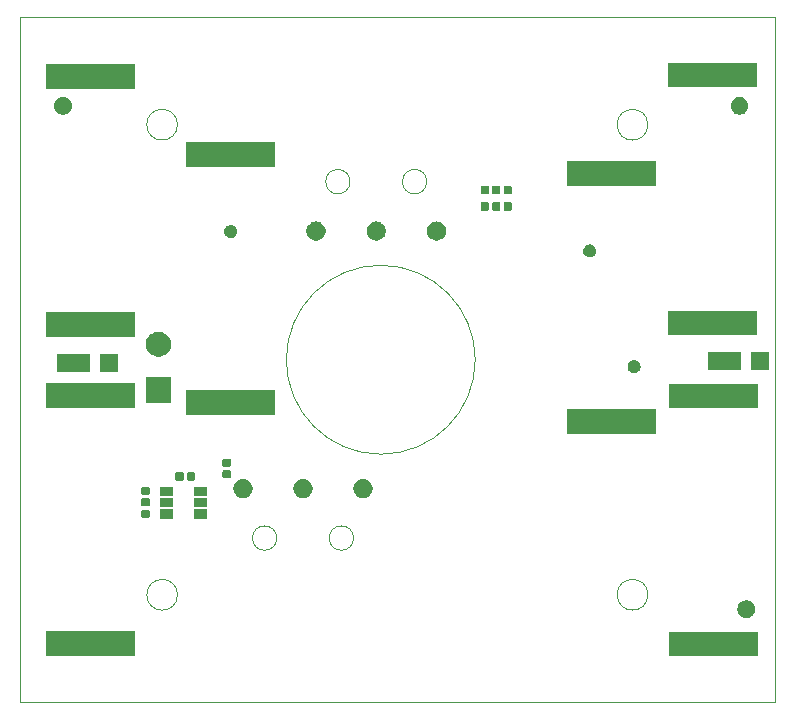
<source format=gbr>
%TF.GenerationSoftware,KiCad,Pcbnew,(5.1.5)-3*%
%TF.CreationDate,2020-08-29T16:56:36-07:00*%
%TF.ProjectId,ypanel,7970616e-656c-42e6-9b69-6361645f7063,rev?*%
%TF.SameCoordinates,Original*%
%TF.FileFunction,Soldermask,Top*%
%TF.FilePolarity,Negative*%
%FSLAX46Y46*%
G04 Gerber Fmt 4.6, Leading zero omitted, Abs format (unit mm)*
G04 Created by KiCad (PCBNEW (5.1.5)-3) date 2020-08-29 16:56:36*
%MOMM*%
%LPD*%
G04 APERTURE LIST*
%ADD10C,0.100000*%
%ADD11C,0.050000*%
G04 APERTURE END LIST*
D10*
X151587000Y-99000001D02*
G75*
G03X151587000Y-99000001I-8000000J0D01*
G01*
X134779564Y-114100000D02*
G75*
G03X134779564Y-114100000I-1029564J0D01*
G01*
X141279564Y-114100000D02*
G75*
G03X141279564Y-114100000I-1029564J0D01*
G01*
X126375000Y-118900000D02*
G75*
G03X126375000Y-118900000I-1300000J0D01*
G01*
X140979564Y-83920436D02*
G75*
G03X140979564Y-83920436I-1029564J0D01*
G01*
X147479564Y-83920436D02*
G75*
G03X147479564Y-83920436I-1029564J0D01*
G01*
X176975000Y-70000000D02*
X176975000Y-128000000D01*
X166200000Y-118900000D02*
G75*
G03X166200000Y-118900000I-1300000J0D01*
G01*
D11*
X126372800Y-79100000D02*
G75*
G03X126372800Y-79100000I-1300000J0D01*
G01*
D10*
X166195000Y-79102480D02*
G75*
G03X166195000Y-79102480I-1300000J0D01*
G01*
X176975000Y-70000000D02*
X113000000Y-70000000D01*
X113000000Y-128000000D02*
X176975000Y-128000000D01*
X113000000Y-70000000D02*
X113000000Y-128000000D01*
G36*
X175491100Y-124112000D02*
G01*
X167993100Y-124112000D01*
X167993100Y-122014000D01*
X175491100Y-122014000D01*
X175491100Y-124112000D01*
G37*
G36*
X122749000Y-124049000D02*
G01*
X115251000Y-124049000D01*
X115251000Y-121951000D01*
X122749000Y-121951000D01*
X122749000Y-124049000D01*
G37*
G36*
X174744767Y-119393822D02*
G01*
X174881258Y-119450359D01*
X175004097Y-119532437D01*
X175108563Y-119636903D01*
X175190641Y-119759742D01*
X175247178Y-119896233D01*
X175276000Y-120041131D01*
X175276000Y-120188869D01*
X175247178Y-120333767D01*
X175190641Y-120470258D01*
X175108563Y-120593097D01*
X175004097Y-120697563D01*
X174881258Y-120779641D01*
X174744767Y-120836178D01*
X174599869Y-120865000D01*
X174452131Y-120865000D01*
X174307233Y-120836178D01*
X174170742Y-120779641D01*
X174047903Y-120697563D01*
X173943437Y-120593097D01*
X173861359Y-120470258D01*
X173804822Y-120333767D01*
X173776000Y-120188869D01*
X173776000Y-120041131D01*
X173804822Y-119896233D01*
X173861359Y-119759742D01*
X173943437Y-119636903D01*
X174047903Y-119532437D01*
X174170742Y-119450359D01*
X174307233Y-119393822D01*
X174452131Y-119365000D01*
X174599869Y-119365000D01*
X174744767Y-119393822D01*
G37*
G36*
X128903600Y-112447700D02*
G01*
X127805600Y-112447700D01*
X127805600Y-111649700D01*
X128903600Y-111649700D01*
X128903600Y-112447700D01*
G37*
G36*
X126003600Y-112447700D02*
G01*
X124905600Y-112447700D01*
X124905600Y-111649700D01*
X126003600Y-111649700D01*
X126003600Y-112447700D01*
G37*
G36*
X123916533Y-111710264D02*
G01*
X123944110Y-111718630D01*
X123969523Y-111732214D01*
X123991802Y-111750498D01*
X124010086Y-111772777D01*
X124023670Y-111798190D01*
X124032036Y-111825767D01*
X124035100Y-111856884D01*
X124035100Y-112245516D01*
X124032036Y-112276633D01*
X124023670Y-112304210D01*
X124010086Y-112329623D01*
X123991802Y-112351902D01*
X123969523Y-112370186D01*
X123944110Y-112383770D01*
X123916533Y-112392136D01*
X123885416Y-112395200D01*
X123446784Y-112395200D01*
X123415667Y-112392136D01*
X123388090Y-112383770D01*
X123362677Y-112370186D01*
X123340398Y-112351902D01*
X123322114Y-112329623D01*
X123308530Y-112304210D01*
X123300164Y-112276633D01*
X123297100Y-112245516D01*
X123297100Y-111856884D01*
X123300164Y-111825767D01*
X123308530Y-111798190D01*
X123322114Y-111772777D01*
X123340398Y-111750498D01*
X123362677Y-111732214D01*
X123388090Y-111718630D01*
X123415667Y-111710264D01*
X123446784Y-111707200D01*
X123885416Y-111707200D01*
X123916533Y-111710264D01*
G37*
G36*
X128903600Y-111497700D02*
G01*
X127805600Y-111497700D01*
X127805600Y-110699700D01*
X128903600Y-110699700D01*
X128903600Y-111497700D01*
G37*
G36*
X126003600Y-111497700D02*
G01*
X124905600Y-111497700D01*
X124905600Y-110699700D01*
X126003600Y-110699700D01*
X126003600Y-111497700D01*
G37*
G36*
X123916533Y-110734764D02*
G01*
X123944110Y-110743130D01*
X123969523Y-110756714D01*
X123991802Y-110774998D01*
X124010086Y-110797277D01*
X124023670Y-110822690D01*
X124032036Y-110850267D01*
X124035100Y-110881384D01*
X124035100Y-111275516D01*
X124032036Y-111306633D01*
X124023670Y-111334210D01*
X124010086Y-111359623D01*
X123991802Y-111381902D01*
X123969523Y-111400186D01*
X123944110Y-111413770D01*
X123916533Y-111422136D01*
X123885416Y-111425200D01*
X123446784Y-111425200D01*
X123415667Y-111422136D01*
X123388090Y-111413770D01*
X123362677Y-111400186D01*
X123340398Y-111381902D01*
X123322114Y-111359623D01*
X123308530Y-111334210D01*
X123300164Y-111306633D01*
X123297100Y-111275516D01*
X123297100Y-110881384D01*
X123300164Y-110850267D01*
X123308530Y-110822690D01*
X123322114Y-110797277D01*
X123340398Y-110774998D01*
X123362677Y-110756714D01*
X123388090Y-110743130D01*
X123415667Y-110734764D01*
X123446784Y-110731700D01*
X123885416Y-110731700D01*
X123916533Y-110734764D01*
G37*
G36*
X142192635Y-109095516D02*
G01*
X142316562Y-109120166D01*
X142433872Y-109168758D01*
X142464153Y-109181301D01*
X142484388Y-109194822D01*
X142596983Y-109270055D01*
X142709945Y-109383017D01*
X142798700Y-109515849D01*
X142859834Y-109663438D01*
X142891000Y-109820124D01*
X142891000Y-109979876D01*
X142859834Y-110136562D01*
X142801372Y-110277700D01*
X142798699Y-110284153D01*
X142780589Y-110311256D01*
X142709945Y-110416983D01*
X142596983Y-110529945D01*
X142508629Y-110588981D01*
X142464153Y-110618699D01*
X142464152Y-110618700D01*
X142464151Y-110618700D01*
X142316562Y-110679834D01*
X142216686Y-110699700D01*
X142159877Y-110711000D01*
X142000123Y-110711000D01*
X141943314Y-110699700D01*
X141843438Y-110679834D01*
X141695849Y-110618700D01*
X141695848Y-110618700D01*
X141695847Y-110618699D01*
X141651371Y-110588981D01*
X141563017Y-110529945D01*
X141450055Y-110416983D01*
X141379411Y-110311256D01*
X141361301Y-110284153D01*
X141358628Y-110277700D01*
X141300166Y-110136562D01*
X141269000Y-109979876D01*
X141269000Y-109820124D01*
X141300166Y-109663438D01*
X141361300Y-109515849D01*
X141450055Y-109383017D01*
X141563017Y-109270055D01*
X141675612Y-109194822D01*
X141695847Y-109181301D01*
X141726128Y-109168758D01*
X141843438Y-109120166D01*
X141967365Y-109095516D01*
X142000123Y-109089000D01*
X142159877Y-109089000D01*
X142192635Y-109095516D01*
G37*
G36*
X132032635Y-109095516D02*
G01*
X132156562Y-109120166D01*
X132273872Y-109168758D01*
X132304153Y-109181301D01*
X132324388Y-109194822D01*
X132436983Y-109270055D01*
X132549945Y-109383017D01*
X132638700Y-109515849D01*
X132699834Y-109663438D01*
X132731000Y-109820124D01*
X132731000Y-109979876D01*
X132699834Y-110136562D01*
X132641372Y-110277700D01*
X132638699Y-110284153D01*
X132620589Y-110311256D01*
X132549945Y-110416983D01*
X132436983Y-110529945D01*
X132348629Y-110588981D01*
X132304153Y-110618699D01*
X132304152Y-110618700D01*
X132304151Y-110618700D01*
X132156562Y-110679834D01*
X132056686Y-110699700D01*
X131999877Y-110711000D01*
X131840123Y-110711000D01*
X131783314Y-110699700D01*
X131683438Y-110679834D01*
X131535849Y-110618700D01*
X131535848Y-110618700D01*
X131535847Y-110618699D01*
X131491371Y-110588981D01*
X131403017Y-110529945D01*
X131290055Y-110416983D01*
X131219411Y-110311256D01*
X131201301Y-110284153D01*
X131198628Y-110277700D01*
X131140166Y-110136562D01*
X131109000Y-109979876D01*
X131109000Y-109820124D01*
X131140166Y-109663438D01*
X131201300Y-109515849D01*
X131290055Y-109383017D01*
X131403017Y-109270055D01*
X131515612Y-109194822D01*
X131535847Y-109181301D01*
X131566128Y-109168758D01*
X131683438Y-109120166D01*
X131807365Y-109095516D01*
X131840123Y-109089000D01*
X131999877Y-109089000D01*
X132032635Y-109095516D01*
G37*
G36*
X137112635Y-109095516D02*
G01*
X137236562Y-109120166D01*
X137353872Y-109168758D01*
X137384153Y-109181301D01*
X137404388Y-109194822D01*
X137516983Y-109270055D01*
X137629945Y-109383017D01*
X137718700Y-109515849D01*
X137779834Y-109663438D01*
X137811000Y-109820124D01*
X137811000Y-109979876D01*
X137779834Y-110136562D01*
X137721372Y-110277700D01*
X137718699Y-110284153D01*
X137700589Y-110311256D01*
X137629945Y-110416983D01*
X137516983Y-110529945D01*
X137428629Y-110588981D01*
X137384153Y-110618699D01*
X137384152Y-110618700D01*
X137384151Y-110618700D01*
X137236562Y-110679834D01*
X137136686Y-110699700D01*
X137079877Y-110711000D01*
X136920123Y-110711000D01*
X136863314Y-110699700D01*
X136763438Y-110679834D01*
X136615849Y-110618700D01*
X136615848Y-110618700D01*
X136615847Y-110618699D01*
X136571371Y-110588981D01*
X136483017Y-110529945D01*
X136370055Y-110416983D01*
X136299411Y-110311256D01*
X136281301Y-110284153D01*
X136278628Y-110277700D01*
X136220166Y-110136562D01*
X136189000Y-109979876D01*
X136189000Y-109820124D01*
X136220166Y-109663438D01*
X136281300Y-109515849D01*
X136370055Y-109383017D01*
X136483017Y-109270055D01*
X136595612Y-109194822D01*
X136615847Y-109181301D01*
X136646128Y-109168758D01*
X136763438Y-109120166D01*
X136887365Y-109095516D01*
X136920123Y-109089000D01*
X137079877Y-109089000D01*
X137112635Y-109095516D01*
G37*
G36*
X128903600Y-110547700D02*
G01*
X127805600Y-110547700D01*
X127805600Y-109749700D01*
X128903600Y-109749700D01*
X128903600Y-110547700D01*
G37*
G36*
X126003600Y-110547700D02*
G01*
X124905600Y-110547700D01*
X124905600Y-109749700D01*
X126003600Y-109749700D01*
X126003600Y-110547700D01*
G37*
G36*
X123916533Y-109764764D02*
G01*
X123944110Y-109773130D01*
X123969523Y-109786714D01*
X123991802Y-109804998D01*
X124010086Y-109827277D01*
X124023670Y-109852690D01*
X124032036Y-109880267D01*
X124035100Y-109911384D01*
X124035100Y-110300016D01*
X124032036Y-110331133D01*
X124023670Y-110358710D01*
X124010086Y-110384123D01*
X123991802Y-110406402D01*
X123969523Y-110424686D01*
X123944110Y-110438270D01*
X123916533Y-110446636D01*
X123885416Y-110449700D01*
X123446784Y-110449700D01*
X123415667Y-110446636D01*
X123388090Y-110438270D01*
X123362677Y-110424686D01*
X123340398Y-110406402D01*
X123322114Y-110384123D01*
X123308530Y-110358710D01*
X123300164Y-110331133D01*
X123297100Y-110300016D01*
X123297100Y-109911384D01*
X123300164Y-109880267D01*
X123308530Y-109852690D01*
X123322114Y-109827277D01*
X123340398Y-109804998D01*
X123362677Y-109786714D01*
X123388090Y-109773130D01*
X123415667Y-109764764D01*
X123446784Y-109761700D01*
X123885416Y-109761700D01*
X123916533Y-109764764D01*
G37*
G36*
X127742033Y-108510264D02*
G01*
X127769610Y-108518630D01*
X127795023Y-108532214D01*
X127817302Y-108550498D01*
X127835586Y-108572777D01*
X127849170Y-108598190D01*
X127857536Y-108625767D01*
X127860600Y-108656884D01*
X127860600Y-109095516D01*
X127857536Y-109126633D01*
X127849170Y-109154210D01*
X127835586Y-109179623D01*
X127817302Y-109201902D01*
X127795023Y-109220186D01*
X127769610Y-109233770D01*
X127742033Y-109242136D01*
X127710916Y-109245200D01*
X127322284Y-109245200D01*
X127291167Y-109242136D01*
X127263590Y-109233770D01*
X127238177Y-109220186D01*
X127215898Y-109201902D01*
X127197614Y-109179623D01*
X127184030Y-109154210D01*
X127175664Y-109126633D01*
X127172600Y-109095516D01*
X127172600Y-108656884D01*
X127175664Y-108625767D01*
X127184030Y-108598190D01*
X127197614Y-108572777D01*
X127215898Y-108550498D01*
X127238177Y-108532214D01*
X127263590Y-108518630D01*
X127291167Y-108510264D01*
X127322284Y-108507200D01*
X127710916Y-108507200D01*
X127742033Y-108510264D01*
G37*
G36*
X126772033Y-108510264D02*
G01*
X126799610Y-108518630D01*
X126825023Y-108532214D01*
X126847302Y-108550498D01*
X126865586Y-108572777D01*
X126879170Y-108598190D01*
X126887536Y-108625767D01*
X126890600Y-108656884D01*
X126890600Y-109095516D01*
X126887536Y-109126633D01*
X126879170Y-109154210D01*
X126865586Y-109179623D01*
X126847302Y-109201902D01*
X126825023Y-109220186D01*
X126799610Y-109233770D01*
X126772033Y-109242136D01*
X126740916Y-109245200D01*
X126352284Y-109245200D01*
X126321167Y-109242136D01*
X126293590Y-109233770D01*
X126268177Y-109220186D01*
X126245898Y-109201902D01*
X126227614Y-109179623D01*
X126214030Y-109154210D01*
X126205664Y-109126633D01*
X126202600Y-109095516D01*
X126202600Y-108656884D01*
X126205664Y-108625767D01*
X126214030Y-108598190D01*
X126227614Y-108572777D01*
X126245898Y-108550498D01*
X126268177Y-108532214D01*
X126293590Y-108518630D01*
X126321167Y-108510264D01*
X126352284Y-108507200D01*
X126740916Y-108507200D01*
X126772033Y-108510264D01*
G37*
G36*
X130800433Y-108348064D02*
G01*
X130828010Y-108356430D01*
X130853423Y-108370014D01*
X130875702Y-108388298D01*
X130893986Y-108410577D01*
X130907570Y-108435990D01*
X130915936Y-108463567D01*
X130919000Y-108494684D01*
X130919000Y-108883316D01*
X130915936Y-108914433D01*
X130907570Y-108942010D01*
X130893986Y-108967423D01*
X130875702Y-108989702D01*
X130853423Y-109007986D01*
X130828010Y-109021570D01*
X130800433Y-109029936D01*
X130769316Y-109033000D01*
X130330684Y-109033000D01*
X130299567Y-109029936D01*
X130271990Y-109021570D01*
X130246577Y-109007986D01*
X130224298Y-108989702D01*
X130206014Y-108967423D01*
X130192430Y-108942010D01*
X130184064Y-108914433D01*
X130181000Y-108883316D01*
X130181000Y-108494684D01*
X130184064Y-108463567D01*
X130192430Y-108435990D01*
X130206014Y-108410577D01*
X130224298Y-108388298D01*
X130246577Y-108370014D01*
X130271990Y-108356430D01*
X130299567Y-108348064D01*
X130330684Y-108345000D01*
X130769316Y-108345000D01*
X130800433Y-108348064D01*
G37*
G36*
X130800433Y-107378064D02*
G01*
X130828010Y-107386430D01*
X130853423Y-107400014D01*
X130875702Y-107418298D01*
X130893986Y-107440577D01*
X130907570Y-107465990D01*
X130915936Y-107493567D01*
X130919000Y-107524684D01*
X130919000Y-107913316D01*
X130915936Y-107944433D01*
X130907570Y-107972010D01*
X130893986Y-107997423D01*
X130875702Y-108019702D01*
X130853423Y-108037986D01*
X130828010Y-108051570D01*
X130800433Y-108059936D01*
X130769316Y-108063000D01*
X130330684Y-108063000D01*
X130299567Y-108059936D01*
X130271990Y-108051570D01*
X130246577Y-108037986D01*
X130224298Y-108019702D01*
X130206014Y-107997423D01*
X130192430Y-107972010D01*
X130184064Y-107944433D01*
X130181000Y-107913316D01*
X130181000Y-107524684D01*
X130184064Y-107493567D01*
X130192430Y-107465990D01*
X130206014Y-107440577D01*
X130224298Y-107418298D01*
X130246577Y-107400014D01*
X130271990Y-107386430D01*
X130299567Y-107378064D01*
X130330684Y-107375000D01*
X130769316Y-107375000D01*
X130800433Y-107378064D01*
G37*
G36*
X166847480Y-105299000D02*
G01*
X159349480Y-105299000D01*
X159349480Y-103201000D01*
X166847480Y-103201000D01*
X166847480Y-105299000D01*
G37*
G36*
X134599000Y-103699000D02*
G01*
X127101000Y-103699000D01*
X127101000Y-101601000D01*
X134599000Y-101601000D01*
X134599000Y-103699000D01*
G37*
G36*
X175491100Y-103112000D02*
G01*
X167993100Y-103112000D01*
X167993100Y-101014000D01*
X175491100Y-101014000D01*
X175491100Y-103112000D01*
G37*
G36*
X122749000Y-103049000D02*
G01*
X115251000Y-103049000D01*
X115251000Y-100951000D01*
X122749000Y-100951000D01*
X122749000Y-103049000D01*
G37*
G36*
X125844300Y-102626160D02*
G01*
X123685300Y-102626160D01*
X123685300Y-100467160D01*
X125844300Y-100467160D01*
X125844300Y-102626160D01*
G37*
G36*
X165117088Y-99024275D02*
G01*
X165196640Y-99040098D01*
X165296548Y-99081482D01*
X165386468Y-99141564D01*
X165462936Y-99218032D01*
X165523018Y-99307952D01*
X165564402Y-99407860D01*
X165585500Y-99513929D01*
X165585500Y-99622071D01*
X165564402Y-99728140D01*
X165523018Y-99828048D01*
X165462936Y-99917968D01*
X165386468Y-99994436D01*
X165296548Y-100054518D01*
X165196640Y-100095902D01*
X165117088Y-100111726D01*
X165090572Y-100117000D01*
X164982428Y-100117000D01*
X164955912Y-100111726D01*
X164876360Y-100095902D01*
X164776452Y-100054518D01*
X164686532Y-99994436D01*
X164610064Y-99917968D01*
X164549982Y-99828048D01*
X164508598Y-99728140D01*
X164487500Y-99622071D01*
X164487500Y-99513929D01*
X164508598Y-99407860D01*
X164549982Y-99307952D01*
X164610064Y-99218032D01*
X164686532Y-99141564D01*
X164776452Y-99081482D01*
X164876360Y-99040098D01*
X164955912Y-99024275D01*
X164982428Y-99019000D01*
X165090572Y-99019000D01*
X165117088Y-99024275D01*
G37*
G36*
X121344000Y-99999500D02*
G01*
X119846000Y-99999500D01*
X119846000Y-98501500D01*
X121344000Y-98501500D01*
X121344000Y-99999500D01*
G37*
G36*
X118944000Y-99999500D02*
G01*
X116146000Y-99999500D01*
X116146000Y-98501500D01*
X118944000Y-98501500D01*
X118944000Y-99999500D01*
G37*
G36*
X176462000Y-99872500D02*
G01*
X174964000Y-99872500D01*
X174964000Y-98374500D01*
X176462000Y-98374500D01*
X176462000Y-99872500D01*
G37*
G36*
X174062000Y-99872500D02*
G01*
X171264000Y-99872500D01*
X171264000Y-98374500D01*
X174062000Y-98374500D01*
X174062000Y-99872500D01*
G37*
G36*
X125075451Y-96666987D02*
G01*
X125269265Y-96747268D01*
X125269267Y-96747269D01*
X125327673Y-96786295D01*
X125443699Y-96863821D01*
X125592039Y-97012161D01*
X125708592Y-97186595D01*
X125788873Y-97380409D01*
X125829800Y-97586167D01*
X125829800Y-97795953D01*
X125788873Y-98001711D01*
X125708592Y-98195525D01*
X125592039Y-98369959D01*
X125443699Y-98518299D01*
X125327673Y-98595825D01*
X125269267Y-98634851D01*
X125269266Y-98634852D01*
X125269265Y-98634852D01*
X125075451Y-98715133D01*
X124869693Y-98756060D01*
X124659907Y-98756060D01*
X124454149Y-98715133D01*
X124260335Y-98634852D01*
X124260334Y-98634852D01*
X124260333Y-98634851D01*
X124201927Y-98595825D01*
X124085901Y-98518299D01*
X123937561Y-98369959D01*
X123821008Y-98195525D01*
X123740727Y-98001711D01*
X123699800Y-97795953D01*
X123699800Y-97586167D01*
X123740727Y-97380409D01*
X123821008Y-97186595D01*
X123937561Y-97012161D01*
X124085901Y-96863821D01*
X124201927Y-96786295D01*
X124260333Y-96747269D01*
X124260335Y-96747268D01*
X124454149Y-96666987D01*
X124659907Y-96626060D01*
X124869693Y-96626060D01*
X125075451Y-96666987D01*
G37*
G36*
X122749000Y-97049000D02*
G01*
X115251000Y-97049000D01*
X115251000Y-94951000D01*
X122749000Y-94951000D01*
X122749000Y-97049000D01*
G37*
G36*
X175435220Y-96939080D02*
G01*
X167937220Y-96939080D01*
X167937220Y-94841080D01*
X175435220Y-94841080D01*
X175435220Y-96939080D01*
G37*
G36*
X161348308Y-89229735D02*
G01*
X161427860Y-89245558D01*
X161527768Y-89286942D01*
X161617688Y-89347024D01*
X161694156Y-89423492D01*
X161754238Y-89513412D01*
X161795622Y-89613320D01*
X161816720Y-89719389D01*
X161816720Y-89827531D01*
X161795622Y-89933600D01*
X161754238Y-90033508D01*
X161694156Y-90123428D01*
X161617688Y-90199896D01*
X161527768Y-90259978D01*
X161427860Y-90301362D01*
X161348308Y-90317186D01*
X161321792Y-90322460D01*
X161213648Y-90322460D01*
X161187132Y-90317186D01*
X161107580Y-90301362D01*
X161007672Y-90259978D01*
X160917752Y-90199896D01*
X160841284Y-90123428D01*
X160781202Y-90033508D01*
X160739818Y-89933600D01*
X160718720Y-89827531D01*
X160718720Y-89719389D01*
X160739818Y-89613320D01*
X160781202Y-89513412D01*
X160841284Y-89423492D01*
X160917752Y-89347024D01*
X161007672Y-89286942D01*
X161107580Y-89245558D01*
X161187132Y-89229735D01*
X161213648Y-89224460D01*
X161321792Y-89224460D01*
X161348308Y-89229735D01*
G37*
G36*
X143332105Y-87299389D02*
G01*
X143436562Y-87320166D01*
X143584151Y-87381300D01*
X143584153Y-87381301D01*
X143628629Y-87411019D01*
X143716983Y-87470055D01*
X143829945Y-87583017D01*
X143918700Y-87715849D01*
X143979834Y-87863438D01*
X144011000Y-88020124D01*
X144011000Y-88179876D01*
X143979834Y-88336562D01*
X143918700Y-88484151D01*
X143918699Y-88484153D01*
X143916150Y-88487968D01*
X143829945Y-88616983D01*
X143716983Y-88729945D01*
X143628629Y-88788981D01*
X143584153Y-88818699D01*
X143584152Y-88818700D01*
X143584151Y-88818700D01*
X143436562Y-88879834D01*
X143332105Y-88900611D01*
X143279877Y-88911000D01*
X143120123Y-88911000D01*
X143067895Y-88900611D01*
X142963438Y-88879834D01*
X142815849Y-88818700D01*
X142815848Y-88818700D01*
X142815847Y-88818699D01*
X142771371Y-88788981D01*
X142683017Y-88729945D01*
X142570055Y-88616983D01*
X142483850Y-88487968D01*
X142481301Y-88484153D01*
X142481300Y-88484151D01*
X142420166Y-88336562D01*
X142389000Y-88179876D01*
X142389000Y-88020124D01*
X142420166Y-87863438D01*
X142481300Y-87715849D01*
X142570055Y-87583017D01*
X142683017Y-87470055D01*
X142771371Y-87411019D01*
X142815847Y-87381301D01*
X142815849Y-87381300D01*
X142963438Y-87320166D01*
X143067895Y-87299389D01*
X143120123Y-87289000D01*
X143279877Y-87289000D01*
X143332105Y-87299389D01*
G37*
G36*
X138232105Y-87299389D02*
G01*
X138336562Y-87320166D01*
X138484151Y-87381300D01*
X138484153Y-87381301D01*
X138528629Y-87411019D01*
X138616983Y-87470055D01*
X138729945Y-87583017D01*
X138818700Y-87715849D01*
X138879834Y-87863438D01*
X138911000Y-88020124D01*
X138911000Y-88179876D01*
X138879834Y-88336562D01*
X138818700Y-88484151D01*
X138818699Y-88484153D01*
X138816150Y-88487968D01*
X138729945Y-88616983D01*
X138616983Y-88729945D01*
X138528629Y-88788981D01*
X138484153Y-88818699D01*
X138484152Y-88818700D01*
X138484151Y-88818700D01*
X138336562Y-88879834D01*
X138232105Y-88900611D01*
X138179877Y-88911000D01*
X138020123Y-88911000D01*
X137967895Y-88900611D01*
X137863438Y-88879834D01*
X137715849Y-88818700D01*
X137715848Y-88818700D01*
X137715847Y-88818699D01*
X137671371Y-88788981D01*
X137583017Y-88729945D01*
X137470055Y-88616983D01*
X137383850Y-88487968D01*
X137381301Y-88484153D01*
X137381300Y-88484151D01*
X137320166Y-88336562D01*
X137289000Y-88179876D01*
X137289000Y-88020124D01*
X137320166Y-87863438D01*
X137381300Y-87715849D01*
X137470055Y-87583017D01*
X137583017Y-87470055D01*
X137671371Y-87411019D01*
X137715847Y-87381301D01*
X137715849Y-87381300D01*
X137863438Y-87320166D01*
X137967895Y-87299389D01*
X138020123Y-87289000D01*
X138179877Y-87289000D01*
X138232105Y-87299389D01*
G37*
G36*
X148432105Y-87299389D02*
G01*
X148536562Y-87320166D01*
X148684151Y-87381300D01*
X148684153Y-87381301D01*
X148728629Y-87411019D01*
X148816983Y-87470055D01*
X148929945Y-87583017D01*
X149018700Y-87715849D01*
X149079834Y-87863438D01*
X149111000Y-88020124D01*
X149111000Y-88179876D01*
X149079834Y-88336562D01*
X149018700Y-88484151D01*
X149018699Y-88484153D01*
X149016150Y-88487968D01*
X148929945Y-88616983D01*
X148816983Y-88729945D01*
X148728629Y-88788981D01*
X148684153Y-88818699D01*
X148684152Y-88818700D01*
X148684151Y-88818700D01*
X148536562Y-88879834D01*
X148432105Y-88900611D01*
X148379877Y-88911000D01*
X148220123Y-88911000D01*
X148167895Y-88900611D01*
X148063438Y-88879834D01*
X147915849Y-88818700D01*
X147915848Y-88818700D01*
X147915847Y-88818699D01*
X147871371Y-88788981D01*
X147783017Y-88729945D01*
X147670055Y-88616983D01*
X147583850Y-88487968D01*
X147581301Y-88484153D01*
X147581300Y-88484151D01*
X147520166Y-88336562D01*
X147489000Y-88179876D01*
X147489000Y-88020124D01*
X147520166Y-87863438D01*
X147581300Y-87715849D01*
X147670055Y-87583017D01*
X147783017Y-87470055D01*
X147871371Y-87411019D01*
X147915847Y-87381301D01*
X147915849Y-87381300D01*
X148063438Y-87320166D01*
X148167895Y-87299389D01*
X148220123Y-87289000D01*
X148379877Y-87289000D01*
X148432105Y-87299389D01*
G37*
G36*
X130954088Y-87594275D02*
G01*
X131033640Y-87610098D01*
X131133548Y-87651482D01*
X131223468Y-87711564D01*
X131299936Y-87788032D01*
X131360018Y-87877952D01*
X131401402Y-87977860D01*
X131422500Y-88083929D01*
X131422500Y-88192071D01*
X131401402Y-88298140D01*
X131360018Y-88398048D01*
X131299936Y-88487968D01*
X131223468Y-88564436D01*
X131133548Y-88624518D01*
X131033640Y-88665902D01*
X130954088Y-88681725D01*
X130927572Y-88687000D01*
X130819428Y-88687000D01*
X130792912Y-88681725D01*
X130713360Y-88665902D01*
X130613452Y-88624518D01*
X130523532Y-88564436D01*
X130447064Y-88487968D01*
X130386982Y-88398048D01*
X130345598Y-88298140D01*
X130324500Y-88192071D01*
X130324500Y-88083929D01*
X130345598Y-87977860D01*
X130386982Y-87877952D01*
X130447064Y-87788032D01*
X130523532Y-87711564D01*
X130613452Y-87651482D01*
X130713360Y-87610098D01*
X130792912Y-87594275D01*
X130819428Y-87589000D01*
X130927572Y-87589000D01*
X130954088Y-87594275D01*
G37*
G36*
X154557433Y-85664664D02*
G01*
X154585010Y-85673030D01*
X154610423Y-85686614D01*
X154632702Y-85704898D01*
X154650986Y-85727177D01*
X154664570Y-85752590D01*
X154672936Y-85780167D01*
X154676000Y-85811284D01*
X154676000Y-86249916D01*
X154672936Y-86281033D01*
X154664570Y-86308610D01*
X154650986Y-86334023D01*
X154632702Y-86356302D01*
X154610423Y-86374586D01*
X154585010Y-86388170D01*
X154557433Y-86396536D01*
X154526316Y-86399600D01*
X154137684Y-86399600D01*
X154106567Y-86396536D01*
X154078990Y-86388170D01*
X154053577Y-86374586D01*
X154031298Y-86356302D01*
X154013014Y-86334023D01*
X153999430Y-86308610D01*
X153991064Y-86281033D01*
X153988000Y-86249916D01*
X153988000Y-85811284D01*
X153991064Y-85780167D01*
X153999430Y-85752590D01*
X154013014Y-85727177D01*
X154031298Y-85704898D01*
X154053577Y-85686614D01*
X154078990Y-85673030D01*
X154106567Y-85664664D01*
X154137684Y-85661600D01*
X154526316Y-85661600D01*
X154557433Y-85664664D01*
G37*
G36*
X152617153Y-85664664D02*
G01*
X152644730Y-85673030D01*
X152670143Y-85686614D01*
X152692422Y-85704898D01*
X152710706Y-85727177D01*
X152724290Y-85752590D01*
X152732656Y-85780167D01*
X152735720Y-85811284D01*
X152735720Y-86249916D01*
X152732656Y-86281033D01*
X152724290Y-86308610D01*
X152710706Y-86334023D01*
X152692422Y-86356302D01*
X152670143Y-86374586D01*
X152644730Y-86388170D01*
X152617153Y-86396536D01*
X152586036Y-86399600D01*
X152197404Y-86399600D01*
X152166287Y-86396536D01*
X152138710Y-86388170D01*
X152113297Y-86374586D01*
X152091018Y-86356302D01*
X152072734Y-86334023D01*
X152059150Y-86308610D01*
X152050784Y-86281033D01*
X152047720Y-86249916D01*
X152047720Y-85811284D01*
X152050784Y-85780167D01*
X152059150Y-85752590D01*
X152072734Y-85727177D01*
X152091018Y-85704898D01*
X152113297Y-85686614D01*
X152138710Y-85673030D01*
X152166287Y-85664664D01*
X152197404Y-85661600D01*
X152586036Y-85661600D01*
X152617153Y-85664664D01*
G37*
G36*
X153587433Y-85664664D02*
G01*
X153615010Y-85673030D01*
X153640423Y-85686614D01*
X153662702Y-85704898D01*
X153680986Y-85727177D01*
X153694570Y-85752590D01*
X153702936Y-85780167D01*
X153706000Y-85811284D01*
X153706000Y-86249916D01*
X153702936Y-86281033D01*
X153694570Y-86308610D01*
X153680986Y-86334023D01*
X153662702Y-86356302D01*
X153640423Y-86374586D01*
X153615010Y-86388170D01*
X153587433Y-86396536D01*
X153556316Y-86399600D01*
X153167404Y-86399600D01*
X153136287Y-86396536D01*
X153108710Y-86388170D01*
X153083297Y-86374586D01*
X153061018Y-86356302D01*
X153042734Y-86334023D01*
X153029150Y-86308610D01*
X153020784Y-86281033D01*
X153017720Y-86249916D01*
X153017720Y-85811284D01*
X153020784Y-85780167D01*
X153029150Y-85752590D01*
X153042734Y-85727177D01*
X153061018Y-85704898D01*
X153083297Y-85686614D01*
X153108710Y-85673030D01*
X153136287Y-85664664D01*
X153167404Y-85661600D01*
X153556316Y-85661600D01*
X153587433Y-85664664D01*
G37*
G36*
X154557433Y-84267664D02*
G01*
X154585010Y-84276030D01*
X154610423Y-84289614D01*
X154632702Y-84307898D01*
X154650986Y-84330177D01*
X154664570Y-84355590D01*
X154672936Y-84383167D01*
X154676000Y-84414284D01*
X154676000Y-84852916D01*
X154672936Y-84884033D01*
X154664570Y-84911610D01*
X154650986Y-84937023D01*
X154632702Y-84959302D01*
X154610423Y-84977586D01*
X154585010Y-84991170D01*
X154557433Y-84999536D01*
X154526316Y-85002600D01*
X154137684Y-85002600D01*
X154106567Y-84999536D01*
X154078990Y-84991170D01*
X154053577Y-84977586D01*
X154031298Y-84959302D01*
X154013014Y-84937023D01*
X153999430Y-84911610D01*
X153991064Y-84884033D01*
X153988000Y-84852916D01*
X153988000Y-84414284D01*
X153991064Y-84383167D01*
X153999430Y-84355590D01*
X154013014Y-84330177D01*
X154031298Y-84307898D01*
X154053577Y-84289614D01*
X154078990Y-84276030D01*
X154106567Y-84267664D01*
X154137684Y-84264600D01*
X154526316Y-84264600D01*
X154557433Y-84267664D01*
G37*
G36*
X153587433Y-84267664D02*
G01*
X153615010Y-84276030D01*
X153640423Y-84289614D01*
X153662702Y-84307898D01*
X153680986Y-84330177D01*
X153694570Y-84355590D01*
X153702936Y-84383167D01*
X153706000Y-84414284D01*
X153706000Y-84852916D01*
X153702936Y-84884033D01*
X153694570Y-84911610D01*
X153680986Y-84937023D01*
X153662702Y-84959302D01*
X153640423Y-84977586D01*
X153615010Y-84991170D01*
X153587433Y-84999536D01*
X153556316Y-85002600D01*
X153167404Y-85002600D01*
X153136287Y-84999536D01*
X153108710Y-84991170D01*
X153083297Y-84977586D01*
X153061018Y-84959302D01*
X153042734Y-84937023D01*
X153029150Y-84911610D01*
X153020784Y-84884033D01*
X153017720Y-84852916D01*
X153017720Y-84414284D01*
X153020784Y-84383167D01*
X153029150Y-84355590D01*
X153042734Y-84330177D01*
X153061018Y-84307898D01*
X153083297Y-84289614D01*
X153108710Y-84276030D01*
X153136287Y-84267664D01*
X153167404Y-84264600D01*
X153556316Y-84264600D01*
X153587433Y-84267664D01*
G37*
G36*
X152617153Y-84267664D02*
G01*
X152644730Y-84276030D01*
X152670143Y-84289614D01*
X152692422Y-84307898D01*
X152710706Y-84330177D01*
X152724290Y-84355590D01*
X152732656Y-84383167D01*
X152735720Y-84414284D01*
X152735720Y-84852916D01*
X152732656Y-84884033D01*
X152724290Y-84911610D01*
X152710706Y-84937023D01*
X152692422Y-84959302D01*
X152670143Y-84977586D01*
X152644730Y-84991170D01*
X152617153Y-84999536D01*
X152586036Y-85002600D01*
X152197404Y-85002600D01*
X152166287Y-84999536D01*
X152138710Y-84991170D01*
X152113297Y-84977586D01*
X152091018Y-84959302D01*
X152072734Y-84937023D01*
X152059150Y-84911610D01*
X152050784Y-84884033D01*
X152047720Y-84852916D01*
X152047720Y-84414284D01*
X152050784Y-84383167D01*
X152059150Y-84355590D01*
X152072734Y-84330177D01*
X152091018Y-84307898D01*
X152113297Y-84289614D01*
X152138710Y-84276030D01*
X152166287Y-84267664D01*
X152197404Y-84264600D01*
X152586036Y-84264600D01*
X152617153Y-84267664D01*
G37*
G36*
X166847480Y-84299000D02*
G01*
X159349480Y-84299000D01*
X159349480Y-82201000D01*
X166847480Y-82201000D01*
X166847480Y-84299000D01*
G37*
G36*
X134599000Y-82699000D02*
G01*
X127101000Y-82699000D01*
X127101000Y-80601000D01*
X134599000Y-80601000D01*
X134599000Y-82699000D01*
G37*
G36*
X116899267Y-76782822D02*
G01*
X117035758Y-76839359D01*
X117158597Y-76921437D01*
X117263063Y-77025903D01*
X117345141Y-77148742D01*
X117401678Y-77285233D01*
X117430500Y-77430131D01*
X117430500Y-77577869D01*
X117401678Y-77722767D01*
X117345141Y-77859258D01*
X117263063Y-77982097D01*
X117158597Y-78086563D01*
X117035758Y-78168641D01*
X116899267Y-78225178D01*
X116754369Y-78254000D01*
X116606631Y-78254000D01*
X116461733Y-78225178D01*
X116325242Y-78168641D01*
X116202403Y-78086563D01*
X116097937Y-77982097D01*
X116015859Y-77859258D01*
X115959322Y-77722767D01*
X115930500Y-77577869D01*
X115930500Y-77430131D01*
X115959322Y-77285233D01*
X116015859Y-77148742D01*
X116097937Y-77025903D01*
X116202403Y-76921437D01*
X116325242Y-76839359D01*
X116461733Y-76782822D01*
X116606631Y-76754000D01*
X116754369Y-76754000D01*
X116899267Y-76782822D01*
G37*
G36*
X174173267Y-76782822D02*
G01*
X174309758Y-76839359D01*
X174432597Y-76921437D01*
X174537063Y-77025903D01*
X174619141Y-77148742D01*
X174675678Y-77285233D01*
X174704500Y-77430131D01*
X174704500Y-77577869D01*
X174675678Y-77722767D01*
X174619141Y-77859258D01*
X174537063Y-77982097D01*
X174432597Y-78086563D01*
X174309758Y-78168641D01*
X174173267Y-78225178D01*
X174028369Y-78254000D01*
X173880631Y-78254000D01*
X173735733Y-78225178D01*
X173599242Y-78168641D01*
X173476403Y-78086563D01*
X173371937Y-77982097D01*
X173289859Y-77859258D01*
X173233322Y-77722767D01*
X173204500Y-77577869D01*
X173204500Y-77430131D01*
X173233322Y-77285233D01*
X173289859Y-77148742D01*
X173371937Y-77025903D01*
X173476403Y-76921437D01*
X173599242Y-76839359D01*
X173735733Y-76782822D01*
X173880631Y-76754000D01*
X174028369Y-76754000D01*
X174173267Y-76782822D01*
G37*
G36*
X122749000Y-76049000D02*
G01*
X115251000Y-76049000D01*
X115251000Y-73951000D01*
X122749000Y-73951000D01*
X122749000Y-76049000D01*
G37*
G36*
X175435220Y-75939080D02*
G01*
X167937220Y-75939080D01*
X167937220Y-73841080D01*
X175435220Y-73841080D01*
X175435220Y-75939080D01*
G37*
M02*

</source>
